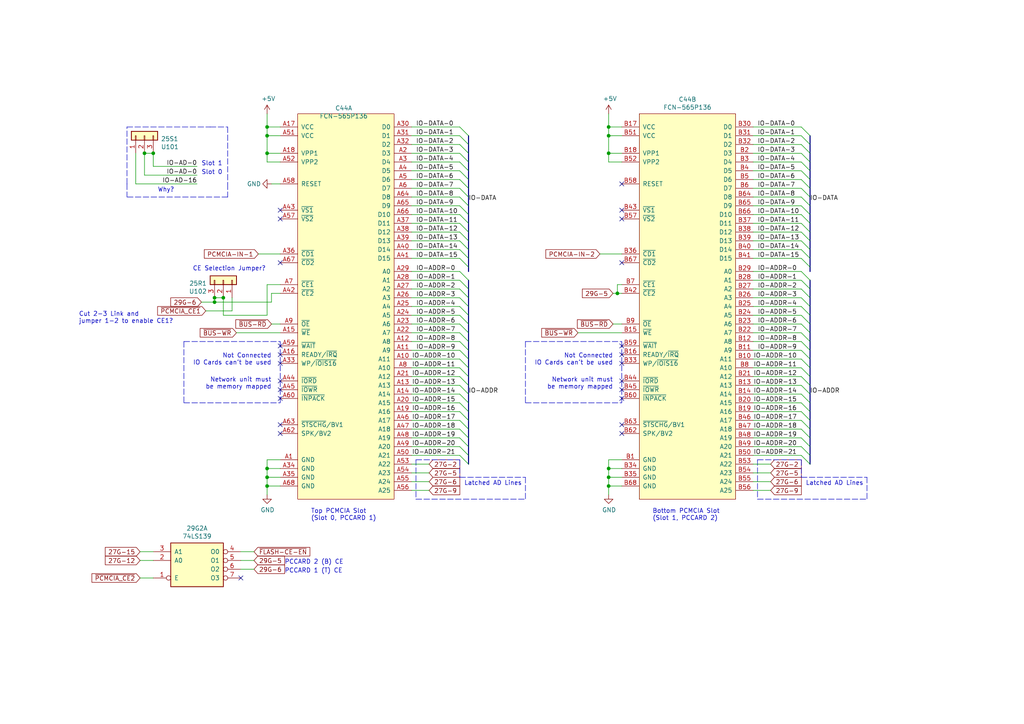
<source format=kicad_sch>
(kicad_sch (version 20211123) (generator eeschema)
  (paper "A4")
  (lib_symbols
    (symbol "74xx:74LS139" (pin_names (offset 1.016))
      (property "Reference" "U" (at -7.62 8.89 0))
      (property "Value" "74LS139" (at -7.62 -8.89 0))
      (symbol "74LS139_1_0"
        (pin input inverted (at -12.7 -5.08 0) (length 5.08) (name "E") (number "1"))
        (pin input line (at -12.7 0 0) (length 5.08) (name "A0") (number "2"))
        (pin input line (at -12.7 2.54 0) (length 5.08) (name "A1") (number "3"))
        (pin output inverted (at 12.7 2.54 180) (length 5.08) (name "O0") (number "4"))
        (pin output inverted (at 12.7 0 180) (length 5.08) (name "O1") (number "5"))
        (pin output inverted (at 12.7 -2.54 180) (length 5.08) (name "O2") (number "6"))
        (pin output inverted (at 12.7 -5.08 180) (length 5.08) (name "O3") (number "7"))
      )
      (symbol "74LS139_1_1"
        (rectangle (start -7.62 5.08) (end 7.62 -7.62) (stroke (width 0.254)) (fill (type background)))
      )
      (symbol "74LS139_2_0"
        (pin output inverted (at 12.7 -2.54 180) (length 5.08) (name "O2") (number "10"))
        (pin output inverted (at 12.7 0 180) (length 5.08) (name "O1") (number "11"))
        (pin output inverted (at 12.7 2.54 180) (length 5.08) (name "O0") (number "12"))
        (pin input line (at -12.7 2.54 0) (length 5.08) (name "A1") (number "13"))
        (pin input line (at -12.7 0 0) (length 5.08) (name "A0") (number "14"))
        (pin input inverted (at -12.7 -5.08 0) (length 5.08) (name "E") (number "15"))
        (pin output inverted (at 12.7 -5.08 180) (length 5.08) (name "O3") (number "9"))
      )
      (symbol "74LS139_2_1"
        (rectangle (start -7.62 5.08) (end 7.62 -7.62) (stroke (width 0.254)) (fill (type background)))
      )
      (symbol "74LS139_3_0"
        (pin power_in line (at 0 12.7 270) (length 5.08) (name "VCC") (number "16"))
        (pin power_in line (at 0 -12.7 90) (length 5.08) (name "GND") (number "8"))
      )
      (symbol "74LS139_3_1"
        (rectangle (start -5.08 7.62) (end 5.08 -7.62) (stroke (width 0.254)) (fill (type background)))
      )
    )
    (symbol "Connector_Generic:Conn_01x03" (pin_names (offset 1.016) hide)
      (property "Reference" "J" (at 0 5.08 0))
      (property "Value" "Conn_01x03" (at 0 -5.08 0))
      (symbol "Conn_01x03_1_1"
        (rectangle (start -1.27 -2.413) (end 0 -2.667) (stroke (width 0.1524)))
        (rectangle (start -1.27 0.127) (end 0 -0.127) (stroke (width 0.1524)))
        (rectangle (start -1.27 2.667) (end 0 2.413) (stroke (width 0.1524)))
        (rectangle (start -1.27 3.81) (end 1.27 -3.81) (stroke (width 0.254)) (fill (type background)))
        (pin passive line (at -5.08 2.54 0) (length 3.81) (name "Pin_1") (number "1"))
        (pin passive line (at -5.08 0 0) (length 3.81) (name "Pin_2") (number "2"))
        (pin passive line (at -5.08 -2.54 0) (length 3.81) (name "Pin_3") (number "3"))
      )
    )
    (symbol "Connectors_PC:FCN-565P136" (pin_names (offset 1.016))
      (property "Reference" "C" (at -11.43 60.96 0))
      (property "Value" "FCN-565P136" (at 0 -53.34 0))
      (symbol "FCN-565P136_0_1"
        (rectangle (start -13.97 59.69) (end 13.97 -52.07) (fill (type background)))
      )
      (symbol "FCN-565P136_1_1"
        (pin power_in line (at -19.05 -40.64 0) (length 5.0038) (name "GND") (number "A1"))
        (pin input line (at 19.05 -11.43 180) (length 5.0038) (name "A11") (number "A10"))
        (pin input line (at 19.05 -8.89 180) (length 5.0038) (name "A9") (number "A11"))
        (pin input line (at 19.05 -6.35 180) (length 5.0038) (name "A8") (number "A12"))
        (pin input line (at 19.05 -19.05 180) (length 5.0038) (name "A13") (number "A13"))
        (pin input line (at 19.05 -21.59 180) (length 5.0038) (name "A14") (number "A14"))
        (pin input line (at -19.05 -3.81 0) (length 5.0038) (name "~{WE}") (number "A15"))
        (pin output line (at -19.05 -10.16 0) (length 5.0038) (name "READY/~{IRQ}") (number "A16"))
        (pin power_in line (at -19.05 55.88 0) (length 5.0038) (name "VCC") (number "A17"))
        (pin power_in line (at -19.05 48.26 0) (length 5.0038) (name "VPP1") (number "A18"))
        (pin input line (at 19.05 -26.67 180) (length 5.0038) (name "A16") (number "A19"))
        (pin bidirectional line (at 19.05 48.26 180) (length 5.0038) (name "D3") (number "A2"))
        (pin input line (at 19.05 -24.13 180) (length 5.0038) (name "A15") (number "A20"))
        (pin input line (at 19.05 -16.51 180) (length 5.0038) (name "A12") (number "A21"))
        (pin input line (at 19.05 -3.81 180) (length 5.0038) (name "A7") (number "A22"))
        (pin input line (at 19.05 -1.27 180) (length 5.0038) (name "A6") (number "A23"))
        (pin input line (at 19.05 1.27 180) (length 5.0038) (name "A5") (number "A24"))
        (pin input line (at 19.05 3.81 180) (length 5.0038) (name "A4") (number "A25"))
        (pin input line (at 19.05 6.35 180) (length 5.0038) (name "A3") (number "A26"))
        (pin input line (at 19.05 8.89 180) (length 5.0038) (name "A2") (number "A27"))
        (pin input line (at 19.05 11.43 180) (length 5.0038) (name "A1") (number "A28"))
        (pin input line (at 19.05 13.97 180) (length 5.0038) (name "A0") (number "A29"))
        (pin bidirectional line (at 19.05 45.72 180) (length 5.0038) (name "D4") (number "A3"))
        (pin bidirectional line (at 19.05 55.88 180) (length 5.0038) (name "D0") (number "A30"))
        (pin bidirectional line (at 19.05 53.34 180) (length 5.0038) (name "D1") (number "A31"))
        (pin bidirectional line (at 19.05 50.8 180) (length 5.0038) (name "D2") (number "A32"))
        (pin output line (at -19.05 -12.7 0) (length 5.0038) (name "WP/~{IOIS16}") (number "A33"))
        (pin power_in line (at -19.05 -43.18 0) (length 5.0038) (name "GND") (number "A34"))
        (pin power_in line (at -19.05 -45.72 0) (length 5.0038) (name "GND") (number "A35"))
        (pin output line (at -19.05 19.05 0) (length 5.0038) (name "~{CD1}") (number "A36"))
        (pin bidirectional line (at 19.05 27.94 180) (length 5.0038) (name "D11") (number "A37"))
        (pin bidirectional line (at 19.05 25.4 180) (length 5.0038) (name "D12") (number "A38"))
        (pin bidirectional line (at 19.05 22.86 180) (length 5.0038) (name "D13") (number "A39"))
        (pin bidirectional line (at 19.05 43.18 180) (length 5.0038) (name "D5") (number "A4"))
        (pin bidirectional line (at 19.05 20.32 180) (length 5.0038) (name "D14") (number "A40"))
        (pin bidirectional line (at 19.05 17.78 180) (length 5.0038) (name "D15") (number "A41"))
        (pin input line (at -19.05 7.62 0) (length 5.0038) (name "~{CE2}") (number "A42"))
        (pin input line (at -19.05 31.75 0) (length 5.0038) (name "~{VS1}") (number "A43"))
        (pin input line (at -19.05 -17.78 0) (length 5.0038) (name "~{IORD}") (number "A44"))
        (pin input line (at -19.05 -20.32 0) (length 5.0038) (name "~{IOWR}") (number "A45"))
        (pin input line (at 19.05 -29.21 180) (length 5.0038) (name "A17") (number "A46"))
        (pin input line (at 19.05 -31.75 180) (length 5.0038) (name "A18") (number "A47"))
        (pin input line (at 19.05 -34.29 180) (length 5.0038) (name "A19") (number "A48"))
        (pin input line (at 19.05 -36.83 180) (length 5.0038) (name "A20") (number "A49"))
        (pin bidirectional line (at 19.05 40.64 180) (length 5.0038) (name "D6") (number "A5"))
        (pin input line (at 19.05 -39.37 180) (length 5.0038) (name "A21") (number "A50"))
        (pin power_in line (at -19.05 53.34 0) (length 5.0038) (name "VCC") (number "A51"))
        (pin power_in line (at -19.05 45.72 0) (length 5.0038) (name "VPP2") (number "A52"))
        (pin input line (at 19.05 -41.91 180) (length 5.0038) (name "A22") (number "A53"))
        (pin input line (at 19.05 -44.45 180) (length 5.0038) (name "A23") (number "A54"))
        (pin input line (at 19.05 -46.99 180) (length 5.0038) (name "A24") (number "A55"))
        (pin input line (at 19.05 -49.53 180) (length 5.0038) (name "A25") (number "A56"))
        (pin output line (at -19.05 29.21 0) (length 5.0038) (name "~{VS2}") (number "A57"))
        (pin input line (at -19.05 39.37 0) (length 5.0038) (name "RESET") (number "A58"))
        (pin output line (at -19.05 -7.62 0) (length 5.0038) (name "~{WAIT}") (number "A59"))
        (pin bidirectional line (at 19.05 38.1 180) (length 5.0038) (name "D7") (number "A6"))
        (pin output line (at -19.05 -22.86 0) (length 5.0038) (name "~{INPACK}") (number "A60"))
        (pin output line (at -19.05 -33.02 0) (length 5.0038) (name "SPK/BV2") (number "A62"))
        (pin output line (at -19.05 -30.48 0) (length 5.0038) (name "~{STSCHG}/BV1") (number "A63"))
        (pin bidirectional line (at 19.05 35.56 180) (length 5.0038) (name "D8") (number "A64"))
        (pin bidirectional line (at 19.05 33.02 180) (length 5.0038) (name "D9") (number "A65"))
        (pin bidirectional line (at 19.05 30.48 180) (length 5.0038) (name "D10") (number "A66"))
        (pin output line (at -19.05 16.51 0) (length 5.0038) (name "~{CD2}") (number "A67"))
        (pin power_in line (at -19.05 -48.26 0) (length 5.0038) (name "GND") (number "A68"))
        (pin input line (at -19.05 10.16 0) (length 5.0038) (name "~{CE1}") (number "A7"))
        (pin input line (at 19.05 -13.97 180) (length 5.0038) (name "A10") (number "A8"))
        (pin input line (at -19.05 -1.27 0) (length 5.0038) (name "~{OE}") (number "A9"))
        (pin passive line (at -11.43 -55.88 0) (length 2.54) hide (name "MNT1") (number "MT1"))
        (pin passive line (at -11.43 -58.42 0) (length 2.54) hide (name "MNT2") (number "MT2"))
      )
      (symbol "FCN-565P136_2_1"
        (pin power_in line (at -19.05 -40.64 0) (length 5.0038) (name "GND") (number "B1"))
        (pin input line (at 19.05 -11.43 180) (length 5.0038) (name "A11") (number "B10"))
        (pin input line (at 19.05 -8.89 180) (length 5.0038) (name "A9") (number "B11"))
        (pin input line (at 19.05 -6.35 180) (length 5.0038) (name "A8") (number "B12"))
        (pin input line (at 19.05 -19.05 180) (length 5.0038) (name "A13") (number "B13"))
        (pin input line (at 19.05 -21.59 180) (length 5.0038) (name "A14") (number "B14"))
        (pin input line (at -19.05 -3.81 0) (length 5.0038) (name "~{WE}") (number "B15"))
        (pin output line (at -19.05 -10.16 0) (length 5.0038) (name "READY/~{IRQ}") (number "B16"))
        (pin power_in line (at -19.05 55.88 0) (length 5.0038) (name "VCC") (number "B17"))
        (pin power_in line (at -19.05 48.26 0) (length 5.0038) (name "VPP1") (number "B18"))
        (pin input line (at 19.05 -26.67 180) (length 5.0038) (name "A16") (number "B19"))
        (pin bidirectional line (at 19.05 48.26 180) (length 5.0038) (name "D3") (number "B2"))
        (pin input line (at 19.05 -24.13 180) (length 5.0038) (name "A15") (number "B20"))
        (pin input line (at 19.05 -16.51 180) (length 5.0038) (name "A12") (number "B21"))
        (pin input line (at 19.05 -3.81 180) (length 5.0038) (name "A7") (number "B22"))
        (pin input line (at 19.05 -1.27 180) (length 5.0038) (name "A6") (number "B23"))
        (pin input line (at 19.05 1.27 180) (length 5.0038) (name "A5") (number "B24"))
        (pin input line (at 19.05 3.81 180) (length 5.0038) (name "A4") (number "B25"))
        (pin input line (at 19.05 6.35 180) (length 5.0038) (name "A3") (number "B26"))
        (pin input line (at 19.05 8.89 180) (length 5.0038) (name "A2") (number "B27"))
        (pin input line (at 19.05 11.43 180) (length 5.0038) (name "A1") (number "B28"))
        (pin input line (at 19.05 13.97 180) (length 5.0038) (name "A0") (number "B29"))
        (pin bidirectional line (at 19.05 45.72 180) (length 5.0038) (name "D4") (number "B3"))
        (pin bidirectional line (at 19.05 55.88 180) (length 5.0038) (name "D0") (number "B30"))
        (pin bidirectional line (at 19.05 53.34 180) (length 5.0038) (name "D1") (number "B31"))
        (pin bidirectional line (at 19.05 50.8 180) (length 5.0038) (name "D2") (number "B32"))
        (pin output line (at -19.05 -12.7 0) (length 5.0038) (name "WP/~{IOIS16}") (number "B33"))
        (pin power_in line (at -19.05 -43.18 0) (length 5.0038) (name "GND") (number "B34"))
        (pin power_in line (at -19.05 -45.72 0) (length 5.0038) (name "GND") (number "B35"))
        (pin output line (at -19.05 19.05 0) (length 5.0038) (name "~{CD1}") (number "B36"))
        (pin bidirectional line (at 19.05 27.94 180) (length 5.0038) (name "D11") (number "B37"))
        (pin bidirectional line (at 19.05 25.4 180) (length 5.0038) (name "D12") (number "B38"))
        (pin bidirectional line (at 19.05 22.86 180) (length 5.0038) (name "D13") (number "B39"))
        (pin bidirectional line (at 19.05 43.18 180) (length 5.0038) (name "D5") (number "B4"))
        (pin bidirectional line (at 19.05 20.32 180) (length 5.0038) (name "D14") (number "B40"))
        (pin bidirectional line (at 19.05 17.78 180) (length 5.0038) (name "D15") (number "B41"))
        (pin input line (at -19.05 7.62 0) (length 5.0038) (name "~{CE2}") (number "B42"))
        (pin input line (at -19.05 31.75 0) (length 5.0038) (name "~{VS1}") (number "B43"))
        (pin input line (at -19.05 -17.78 0) (length 5.0038) (name "~{IORD}") (number "B44"))
        (pin input line (at -19.05 -20.32 0) (length 5.0038) (name "~{IOWR}") (number "B45"))
        (pin input line (at 19.05 -29.21 180) (length 5.0038) (name "A17") (number "B46"))
        (pin input line (at 19.05 -31.75 180) (length 5.0038) (name "A18") (number "B47"))
        (pin input line (at 19.05 -34.29 180) (length 5.0038) (name "A19") (number "B48"))
        (pin input line (at 19.05 -36.83 180) (length 5.0038) (name "A20") (number "B49"))
        (pin bidirectional line (at 19.05 40.64 180) (length 5.0038) (name "D6") (number "B5"))
        (pin input line (at 19.05 -39.37 180) (length 5.0038) (name "A21") (number "B50"))
        (pin power_in line (at -19.05 53.34 0) (length 5.0038) (name "VCC") (number "B51"))
        (pin power_in line (at -19.05 45.72 0) (length 5.0038) (name "VPP2") (number "B52"))
        (pin input line (at 19.05 -41.91 180) (length 5.0038) (name "A22") (number "B53"))
        (pin input line (at 19.05 -44.45 180) (length 5.0038) (name "A23") (number "B54"))
        (pin input line (at 19.05 -46.99 180) (length 5.0038) (name "A24") (number "B55"))
        (pin input line (at 19.05 -49.53 180) (length 5.0038) (name "A25") (number "B56"))
        (pin output line (at -19.05 29.21 0) (length 5.0038) (name "~{VS2}") (number "B57"))
        (pin input line (at -19.05 39.37 0) (length 5.0038) (name "RESET") (number "B58"))
        (pin output line (at -19.05 -7.62 0) (length 5.0038) (name "~{WAIT}") (number "B59"))
        (pin bidirectional line (at 19.05 38.1 180) (length 5.0038) (name "D7") (number "B6"))
        (pin output line (at -19.05 -22.86 0) (length 5.0038) (name "~{INPACK}") (number "B60"))
        (pin output line (at -19.05 -33.02 0) (length 5.0038) (name "SPK/BV2") (number "B62"))
        (pin output line (at -19.05 -30.48 0) (length 5.0038) (name "~{STSCHG}/BV1") (number "B63"))
        (pin bidirectional line (at 19.05 35.56 180) (length 5.0038) (name "D8") (number "B64"))
        (pin bidirectional line (at 19.05 33.02 180) (length 5.0038) (name "D9") (number "B65"))
        (pin bidirectional line (at 19.05 30.48 180) (length 5.0038) (name "D10") (number "B66"))
        (pin output line (at -19.05 16.51 0) (length 5.0038) (name "~{CD2}") (number "B67"))
        (pin power_in line (at -19.05 -48.26 0) (length 5.0038) (name "GND") (number "B68"))
        (pin input line (at -19.05 10.16 0) (length 5.0038) (name "~{CE1}") (number "B7"))
        (pin input line (at 19.05 -13.97 180) (length 5.0038) (name "A10") (number "B8"))
        (pin input line (at -19.05 -1.27 0) (length 5.0038) (name "~{OE}") (number "B9"))
        (pin passive line (at -11.43 -55.88 0) (length 2.54) hide (name "MNT1") (number "MT1"))
        (pin passive line (at -11.43 -58.42 0) (length 2.54) hide (name "MNT2") (number "MT2"))
      )
    )
    (symbol "power:+5V" (power) (pin_names (offset 0))
      (property "Value" "+5V" (at 0 3.556 0))
      (symbol "+5V_0_1"
        (polyline (pts (xy -0.762 1.27) (xy 0 2.54)))
        (polyline (pts (xy 0 0) (xy 0 2.54)))
        (polyline (pts (xy 0 2.54) (xy 0.762 1.27)))
      )
      (symbol "+5V_1_1"
        (pin power_in line (at 0 0 90) (length 0) hide (name "+5V") (number "1"))
      )
    )
    (symbol "power:GND" (power) (pin_names (offset 0))
      (property "Value" "GND" (at 0 -3.81 0))
      (symbol "GND_0_1"
        (polyline (pts (xy 0 0) (xy 0 -1.27) (xy 1.27 -1.27) (xy 0 -2.54) (xy -1.27 -1.27) (xy 0 -1.27)))
      )
      (symbol "GND_1_1"
        (pin power_in line (at 0 0 270) (length 0) hide (name "GND") (number "1"))
      )
    )
  )
  (junction (at 176.53 39.37))
  (junction (at 62.23 86.36))
  (junction (at 62.23 87.63))
  (junction (at 64.77 86.36))
  (junction (at 41.91 44.45))
  (junction (at 77.47 44.45))
  (junction (at 176.53 135.89))
  (junction (at 77.47 138.43))
  (junction (at 77.47 135.89))
  (junction (at 176.53 138.43))
  (junction (at 77.47 140.97))
  (junction (at 44.45 44.45))
  (junction (at 176.53 44.45))
  (junction (at 176.53 140.97))
  (junction (at 77.47 39.37))
  (junction (at 77.47 36.83))
  (junction (at 179.07 85.09))
  (junction (at 176.53 36.83))
  (no_connect (at 180.34 123.19))
  (no_connect (at 81.28 100.33))
  (no_connect (at 81.28 113.03))
  (no_connect (at 180.34 76.2))
  (no_connect (at 180.34 60.96))
  (no_connect (at 81.28 76.2))
  (no_connect (at 81.28 102.87))
  (no_connect (at 180.34 113.03))
  (no_connect (at 180.34 102.87))
  (no_connect (at 81.28 63.5))
  (no_connect (at 81.28 105.41))
  (no_connect (at 180.34 53.34))
  (no_connect (at 180.34 110.49))
  (no_connect (at 180.34 105.41))
  (no_connect (at 81.28 125.73))
  (no_connect (at 180.34 100.33))
  (no_connect (at 69.85 167.64))
  (no_connect (at 180.34 115.57))
  (no_connect (at 81.28 110.49))
  (no_connect (at 180.34 63.5))
  (no_connect (at 81.28 115.57))
  (no_connect (at 180.34 125.73))
  (no_connect (at 81.28 123.19))
  (no_connect (at 81.28 60.96))
  (bus_entry (at 234.95 93.98) (size -2.54 -2.54))
  (bus_entry (at 234.95 104.14) (size -2.54 -2.54))
  (bus_entry (at 234.95 91.44) (size -2.54 -2.54))
  (bus_entry (at 133.35 39.37) (size 2.54 2.54))
  (bus_entry (at 232.41 49.53) (size 2.54 2.54))
  (bus_entry (at 234.95 129.54) (size -2.54 -2.54))
  (bus_entry (at 135.89 134.62) (size -2.54 -2.54))
  (bus_entry (at 135.89 93.98) (size -2.54 -2.54))
  (bus_entry (at 232.41 69.85) (size 2.54 2.54))
  (bus_entry (at 232.41 52.07) (size 2.54 2.54))
  (bus_entry (at 232.41 59.69) (size 2.54 2.54))
  (bus_entry (at 234.95 99.06) (size -2.54 -2.54))
  (bus_entry (at 234.95 109.22) (size -2.54 -2.54))
  (bus_entry (at 234.95 101.6) (size -2.54 -2.54))
  (bus_entry (at 232.41 54.61) (size 2.54 2.54))
  (bus_entry (at 135.89 83.82) (size -2.54 -2.54))
  (bus_entry (at 135.89 109.22) (size -2.54 -2.54))
  (bus_entry (at 232.41 57.15) (size 2.54 2.54))
  (bus_entry (at 234.95 111.76) (size -2.54 -2.54))
  (bus_entry (at 135.89 124.46) (size -2.54 -2.54))
  (bus_entry (at 135.89 132.08) (size -2.54 -2.54))
  (bus_entry (at 135.89 88.9) (size -2.54 -2.54))
  (bus_entry (at 232.41 67.31) (size 2.54 2.54))
  (bus_entry (at 234.95 81.28) (size -2.54 -2.54))
  (bus_entry (at 133.35 54.61) (size 2.54 2.54))
  (bus_entry (at 133.35 52.07) (size 2.54 2.54))
  (bus_entry (at 135.89 114.3) (size -2.54 -2.54))
  (bus_entry (at 133.35 67.31) (size 2.54 2.54))
  (bus_entry (at 133.35 49.53) (size 2.54 2.54))
  (bus_entry (at 234.95 124.46) (size -2.54 -2.54))
  (bus_entry (at 135.89 86.36) (size -2.54 -2.54))
  (bus_entry (at 232.41 62.23) (size 2.54 2.54))
  (bus_entry (at 133.35 44.45) (size 2.54 2.54))
  (bus_entry (at 234.95 88.9) (size -2.54 -2.54))
  (bus_entry (at 133.35 36.83) (size 2.54 2.54))
  (bus_entry (at 135.89 129.54) (size -2.54 -2.54))
  (bus_entry (at 135.89 96.52) (size -2.54 -2.54))
  (bus_entry (at 135.89 101.6) (size -2.54 -2.54))
  (bus_entry (at 135.89 99.06) (size -2.54 -2.54))
  (bus_entry (at 234.95 86.36) (size -2.54 -2.54))
  (bus_entry (at 135.89 91.44) (size -2.54 -2.54))
  (bus_entry (at 234.95 106.68) (size -2.54 -2.54))
  (bus_entry (at 133.35 62.23) (size 2.54 2.54))
  (bus_entry (at 135.89 104.14) (size -2.54 -2.54))
  (bus_entry (at 133.35 72.39) (size 2.54 2.54))
  (bus_entry (at 234.95 127) (size -2.54 -2.54))
  (bus_entry (at 135.89 81.28) (size -2.54 -2.54))
  (bus_entry (at 135.89 106.68) (size -2.54 -2.54))
  (bus_entry (at 133.35 41.91) (size 2.54 2.54))
  (bus_entry (at 234.95 114.3) (size -2.54 -2.54))
  (bus_entry (at 234.95 116.84) (size -2.54 -2.54))
  (bus_entry (at 133.35 59.69) (size 2.54 2.54))
  (bus_entry (at 232.41 46.99) (size 2.54 2.54))
  (bus_entry (at 234.95 83.82) (size -2.54 -2.54))
  (bus_entry (at 135.89 116.84) (size -2.54 -2.54))
  (bus_entry (at 135.89 111.76) (size -2.54 -2.54))
  (bus_entry (at 133.35 69.85) (size 2.54 2.54))
  (bus_entry (at 232.41 39.37) (size 2.54 2.54))
  (bus_entry (at 234.95 134.62) (size -2.54 -2.54))
  (bus_entry (at 232.41 36.83) (size 2.54 2.54))
  (bus_entry (at 135.89 119.38) (size -2.54 -2.54))
  (bus_entry (at 232.41 64.77) (size 2.54 2.54))
  (bus_entry (at 133.35 57.15) (size 2.54 2.54))
  (bus_entry (at 133.35 64.77) (size 2.54 2.54))
  (bus_entry (at 135.89 121.92) (size -2.54 -2.54))
  (bus_entry (at 234.95 96.52) (size -2.54 -2.54))
  (bus_entry (at 234.95 121.92) (size -2.54 -2.54))
  (bus_entry (at 133.35 46.99) (size 2.54 2.54))
  (bus_entry (at 234.95 132.08) (size -2.54 -2.54))
  (bus_entry (at 232.41 74.93) (size 2.54 2.54))
  (bus_entry (at 133.35 74.93) (size 2.54 2.54))
  (bus_entry (at 234.95 119.38) (size -2.54 -2.54))
  (bus_entry (at 232.41 72.39) (size 2.54 2.54))
  (bus_entry (at 135.89 127) (size -2.54 -2.54))
  (bus_entry (at 232.41 41.91) (size 2.54 2.54))
  (bus_entry (at 232.41 44.45) (size 2.54 2.54))
  (polyline (pts (xy 219.71 144.78) (xy 251.46 144.78)))
  (bus (pts (xy 234.95 54.61) (xy 234.95 57.15)))
  (wire (pts (xy 40.64 160.02) (xy 44.45 160.02)))
  (wire (pts (xy 180.34 93.98) (xy 177.8 93.98)))
  (bus (pts (xy 135.89 116.84) (xy 135.89 119.38)))
  (polyline (pts (xy 53.34 99.06) (xy 53.34 116.84)))
  (bus (pts (xy 135.89 132.08) (xy 135.89 134.62)))
  (polyline (pts (xy 120.65 133.35) (xy 133.35 133.35)))
  (polyline (pts (xy 133.35 133.35) (xy 133.35 138.43)))
  (bus (pts (xy 234.95 114.3) (xy 234.95 116.84)))
  (wire (pts (xy 133.35 99.06) (xy 119.38 99.06)))
  (bus (pts (xy 234.95 109.22) (xy 234.95 111.76)))
  (wire (pts (xy 167.64 96.52) (xy 180.34 96.52)))
  (wire (pts (xy 77.47 36.83) (xy 77.47 33.02)))
  (wire (pts (xy 176.53 39.37) (xy 176.53 36.83)))
  (wire (pts (xy 218.44 36.83) (xy 232.41 36.83)))
  (wire (pts (xy 44.45 48.26) (xy 57.15 48.26)))
  (polyline (pts (xy 152.4 138.43) (xy 152.4 144.78)))
  (polyline (pts (xy 251.46 138.43) (xy 251.46 144.78)))
  (wire (pts (xy 218.44 39.37) (xy 232.41 39.37)))
  (wire (pts (xy 133.35 111.76) (xy 119.38 111.76)))
  (wire (pts (xy 232.41 91.44) (xy 218.44 91.44)))
  (polyline (pts (xy 81.28 99.06) (xy 81.28 116.84)))
  (wire (pts (xy 124.46 134.62) (xy 119.38 134.62)))
  (wire (pts (xy 77.47 82.55) (xy 77.47 91.44)))
  (wire (pts (xy 119.38 54.61) (xy 133.35 54.61)))
  (polyline (pts (xy -5.08 -224.79) (xy -5.08 -220.98)))
  (bus (pts (xy 135.89 39.37) (xy 135.89 41.91)))
  (wire (pts (xy 124.46 139.7) (xy 119.38 139.7)))
  (wire (pts (xy 81.28 44.45) (xy 77.47 44.45)))
  (wire (pts (xy 177.8 85.09) (xy 179.07 85.09)))
  (wire (pts (xy 179.07 82.55) (xy 180.34 82.55)))
  (bus (pts (xy 234.95 41.91) (xy 234.95 44.45)))
  (bus (pts (xy 135.89 114.3) (xy 135.89 116.84)))
  (wire (pts (xy 81.28 36.83) (xy 77.47 36.83)))
  (wire (pts (xy 223.52 139.7) (xy 218.44 139.7)))
  (bus (pts (xy 234.95 67.31) (xy 234.95 69.85)))
  (wire (pts (xy 232.41 93.98) (xy 218.44 93.98)))
  (polyline (pts (xy 120.65 133.35) (xy 120.65 144.78)))
  (wire (pts (xy 232.41 116.84) (xy 218.44 116.84)))
  (wire (pts (xy 39.37 44.45) (xy 39.37 53.34)))
  (wire (pts (xy 133.35 114.3) (xy 119.38 114.3)))
  (bus (pts (xy 234.95 39.37) (xy 234.95 41.91)))
  (wire (pts (xy 77.47 138.43) (xy 77.47 140.97)))
  (polyline (pts (xy 53.34 116.84) (xy 81.28 116.84)))
  (wire (pts (xy 40.64 167.64) (xy 44.45 167.64)))
  (wire (pts (xy 77.47 82.55) (xy 81.28 82.55)))
  (bus (pts (xy 234.95 44.45) (xy 234.95 46.99)))
  (wire (pts (xy 232.41 124.46) (xy 218.44 124.46)))
  (bus (pts (xy 135.89 64.77) (xy 135.89 67.31)))
  (wire (pts (xy 119.38 67.31) (xy 133.35 67.31)))
  (bus (pts (xy 234.95 69.85) (xy 234.95 72.39)))
  (wire (pts (xy 119.38 137.16) (xy 124.46 137.16)))
  (wire (pts (xy 78.74 85.09) (xy 81.28 85.09)))
  (wire (pts (xy 218.44 137.16) (xy 223.52 137.16)))
  (wire (pts (xy 119.38 64.77) (xy 133.35 64.77)))
  (wire (pts (xy 81.28 140.97) (xy 77.47 140.97)))
  (wire (pts (xy 74.93 73.66) (xy 81.28 73.66)))
  (bus (pts (xy 234.95 111.76) (xy 234.95 114.3)))
  (wire (pts (xy 119.38 74.93) (xy 133.35 74.93)))
  (wire (pts (xy 176.53 36.83) (xy 176.53 33.02)))
  (polyline (pts (xy 232.41 133.35) (xy 232.41 138.43)))
  (wire (pts (xy 81.28 133.35) (xy 77.47 133.35)))
  (wire (pts (xy 77.47 133.35) (xy 77.47 135.89)))
  (bus (pts (xy 135.89 109.22) (xy 135.89 111.76)))
  (wire (pts (xy 232.41 81.28) (xy 218.44 81.28)))
  (wire (pts (xy 180.34 39.37) (xy 176.53 39.37)))
  (wire (pts (xy 62.23 87.63) (xy 62.23 86.36)))
  (wire (pts (xy 176.53 138.43) (xy 176.53 140.97)))
  (wire (pts (xy 176.53 140.97) (xy 176.53 143.51)))
  (wire (pts (xy 40.64 162.56) (xy 44.45 162.56)))
  (bus (pts (xy 234.95 62.23) (xy 234.95 64.77)))
  (polyline (pts (xy 53.34 99.06) (xy 81.28 99.06)))
  (bus (pts (xy 234.95 49.53) (xy 234.95 52.07)))
  (wire (pts (xy 176.53 46.99) (xy 176.53 44.45)))
  (wire (pts (xy 133.35 119.38) (xy 119.38 119.38)))
  (wire (pts (xy 62.23 86.36) (xy 64.77 86.36)))
  (bus (pts (xy 234.95 81.28) (xy 234.95 83.82)))
  (polyline (pts (xy 232.41 138.43) (xy 251.46 138.43)))
  (bus (pts (xy 135.89 52.07) (xy 135.89 54.61)))
  (wire (pts (xy 176.53 133.35) (xy 176.53 135.89)))
  (bus (pts (xy 135.89 88.9) (xy 135.89 91.44)))
  (wire (pts (xy 119.38 44.45) (xy 133.35 44.45)))
  (wire (pts (xy 180.34 140.97) (xy 176.53 140.97)))
  (wire (pts (xy 180.34 135.89) (xy 176.53 135.89)))
  (bus (pts (xy 234.95 106.68) (xy 234.95 109.22)))
  (wire (pts (xy 133.35 101.6) (xy 119.38 101.6)))
  (wire (pts (xy 232.41 127) (xy 218.44 127)))
  (wire (pts (xy 62.23 87.63) (xy 78.74 87.63)))
  (bus (pts (xy 135.89 124.46) (xy 135.89 127)))
  (wire (pts (xy 119.38 62.23) (xy 133.35 62.23)))
  (bus (pts (xy 135.89 62.23) (xy 135.89 64.77)))
  (bus (pts (xy 135.89 44.45) (xy 135.89 46.99)))
  (wire (pts (xy 81.28 39.37) (xy 77.47 39.37)))
  (wire (pts (xy 133.35 93.98) (xy 119.38 93.98)))
  (wire (pts (xy 218.44 62.23) (xy 232.41 62.23)))
  (wire (pts (xy 180.34 44.45) (xy 176.53 44.45)))
  (wire (pts (xy 232.41 83.82) (xy 218.44 83.82)))
  (polyline (pts (xy 36.83 53.34) (xy 36.83 57.15)))
  (wire (pts (xy 78.74 53.34) (xy 81.28 53.34)))
  (bus (pts (xy 234.95 72.39) (xy 234.95 74.93)))
  (wire (pts (xy 232.41 101.6) (xy 218.44 101.6)))
  (wire (pts (xy 64.77 91.44) (xy 77.47 91.44)))
  (bus (pts (xy 135.89 49.53) (xy 135.89 52.07)))
  (bus (pts (xy 135.89 72.39) (xy 135.89 74.93)))
  (bus (pts (xy 135.89 46.99) (xy 135.89 49.53)))
  (wire (pts (xy 73.66 162.56) (xy 69.85 162.56)))
  (bus (pts (xy 135.89 99.06) (xy 135.89 101.6)))
  (wire (pts (xy 64.77 86.36) (xy 64.77 91.44)))
  (wire (pts (xy 133.35 104.14) (xy 119.38 104.14)))
  (wire (pts (xy 119.38 57.15) (xy 133.35 57.15)))
  (bus (pts (xy 234.95 101.6) (xy 234.95 104.14)))
  (wire (pts (xy 133.35 124.46) (xy 119.38 124.46)))
  (wire (pts (xy 119.38 36.83) (xy 133.35 36.83)))
  (wire (pts (xy 218.44 52.07) (xy 232.41 52.07)))
  (bus (pts (xy 234.95 64.77) (xy 234.95 67.31)))
  (bus (pts (xy 135.89 93.98) (xy 135.89 96.52)))
  (wire (pts (xy 77.47 140.97) (xy 77.47 143.51)))
  (polyline (pts (xy 219.71 133.35) (xy 232.41 133.35)))
  (bus (pts (xy 234.95 59.69) (xy 234.95 62.23)))
  (bus (pts (xy 135.89 121.92) (xy 135.89 124.46)))
  (wire (pts (xy 176.53 44.45) (xy 176.53 39.37)))
  (bus (pts (xy 135.89 57.15) (xy 135.89 59.69)))
  (wire (pts (xy 133.35 88.9) (xy 119.38 88.9)))
  (polyline (pts (xy 66.04 53.34) (xy 66.04 57.15)))
  (bus (pts (xy 234.95 121.92) (xy 234.95 124.46)))
  (bus (pts (xy 234.95 104.14) (xy 234.95 106.68)))
  (wire (pts (xy 218.44 67.31) (xy 232.41 67.31)))
  (wire (pts (xy 133.35 91.44) (xy 119.38 91.44)))
  (wire (pts (xy 119.38 46.99) (xy 133.35 46.99)))
  (polyline (pts (xy 66.04 57.15) (xy 36.83 57.15)))
  (wire (pts (xy 176.53 138.43) (xy 180.34 138.43)))
  (wire (pts (xy 133.35 83.82) (xy 119.38 83.82)))
  (wire (pts (xy 77.47 135.89) (xy 77.47 138.43)))
  (wire (pts (xy 77.47 44.45) (xy 77.47 39.37)))
  (wire (pts (xy 232.41 86.36) (xy 218.44 86.36)))
  (bus (pts (xy 135.89 67.31) (xy 135.89 69.85)))
  (bus (pts (xy 135.89 74.93) (xy 135.89 77.47)))
  (bus (pts (xy 135.89 81.28) (xy 135.89 83.82)))
  (wire (pts (xy 119.38 52.07) (xy 133.35 52.07)))
  (bus (pts (xy 135.89 54.61) (xy 135.89 57.15)))
  (wire (pts (xy 232.41 119.38) (xy 218.44 119.38)))
  (wire (pts (xy 73.66 165.1) (xy 69.85 165.1)))
  (wire (pts (xy 133.35 129.54) (xy 119.38 129.54)))
  (wire (pts (xy 133.35 96.52) (xy 119.38 96.52)))
  (bus (pts (xy 135.89 104.14) (xy 135.89 106.68)))
  (wire (pts (xy 232.41 111.76) (xy 218.44 111.76)))
  (bus (pts (xy 234.95 52.07) (xy 234.95 54.61)))
  (polyline (pts (xy 180.34 99.06) (xy 180.34 116.84)))
  (wire (pts (xy 133.35 106.68) (xy 119.38 106.68)))
  (wire (pts (xy 218.44 54.61) (xy 232.41 54.61)))
  (wire (pts (xy 119.38 49.53) (xy 133.35 49.53)))
  (polyline (pts (xy -5.08 -220.98) (xy -36.83 -220.98)))
  (wire (pts (xy 218.44 49.53) (xy 232.41 49.53)))
  (wire (pts (xy 180.34 36.83) (xy 176.53 36.83)))
  (wire (pts (xy 232.41 78.74) (xy 218.44 78.74)))
  (polyline (pts (xy 36.83 53.34) (xy 36.83 36.83)))
  (wire (pts (xy 232.41 88.9) (xy 218.44 88.9)))
  (bus (pts (xy 234.95 74.93) (xy 234.95 77.47)))
  (bus (pts (xy 234.95 91.44) (xy 234.95 93.98)))
  (bus (pts (xy 135.89 59.69) (xy 135.89 62.23)))
  (wire (pts (xy 133.35 121.92) (xy 119.38 121.92)))
  (wire (pts (xy 176.53 135.89) (xy 176.53 138.43)))
  (wire (pts (xy 218.44 44.45) (xy 232.41 44.45)))
  (wire (pts (xy 81.28 135.89) (xy 77.47 135.89)))
  (wire (pts (xy 232.41 129.54) (xy 218.44 129.54)))
  (bus (pts (xy 234.95 86.36) (xy 234.95 88.9)))
  (wire (pts (xy 133.35 78.74) (xy 119.38 78.74)))
  (bus (pts (xy 135.89 83.82) (xy 135.89 86.36)))
  (wire (pts (xy 133.35 109.22) (xy 119.38 109.22)))
  (wire (pts (xy 180.34 46.99) (xy 176.53 46.99)))
  (wire (pts (xy 133.35 132.08) (xy 119.38 132.08)))
  (wire (pts (xy 232.41 96.52) (xy 218.44 96.52)))
  (bus (pts (xy 234.95 93.98) (xy 234.95 96.52)))
  (wire (pts (xy 59.69 90.17) (xy 67.31 90.17)))
  (wire (pts (xy 218.44 41.91) (xy 232.41 41.91)))
  (polyline (pts (xy 60.96 36.83) (xy 66.04 36.83)))
  (bus (pts (xy 135.89 41.91) (xy 135.89 44.45)))
  (wire (pts (xy 57.15 53.34) (xy 39.37 53.34)))
  (wire (pts (xy 67.31 90.17) (xy 67.31 86.36)))
  (wire (pts (xy 223.52 142.24) (xy 218.44 142.24)))
  (bus (pts (xy 234.95 116.84) (xy 234.95 119.38)))
  (wire (pts (xy 133.35 86.36) (xy 119.38 86.36)))
  (wire (pts (xy 232.41 109.22) (xy 218.44 109.22)))
  (bus (pts (xy 234.95 88.9) (xy 234.95 91.44)))
  (wire (pts (xy 218.44 69.85) (xy 232.41 69.85)))
  (wire (pts (xy 180.34 85.09) (xy 179.07 85.09)))
  (wire (pts (xy 81.28 93.98) (xy 78.74 93.98)))
  (wire (pts (xy 180.34 133.35) (xy 176.53 133.35)))
  (wire (pts (xy 81.28 46.99) (xy 77.47 46.99)))
  (wire (pts (xy 223.52 134.62) (xy 218.44 134.62)))
  (wire (pts (xy 119.38 59.69) (xy 133.35 59.69)))
  (polyline (pts (xy 120.65 144.78) (xy 152.4 144.78)))
  (bus (pts (xy 234.95 132.08) (xy 234.95 134.62)))
  (wire (pts (xy 218.44 46.99) (xy 232.41 46.99)))
  (polyline (pts (xy 133.35 138.43) (xy 152.4 138.43)))
  (wire (pts (xy 41.91 44.45) (xy 44.45 44.45)))
  (wire (pts (xy 218.44 64.77) (xy 232.41 64.77)))
  (wire (pts (xy 232.41 121.92) (xy 218.44 121.92)))
  (polyline (pts (xy 152.4 116.84) (xy 180.34 116.84)))
  (wire (pts (xy 68.58 96.52) (xy 81.28 96.52)))
  (bus (pts (xy 135.89 111.76) (xy 135.89 114.3)))
  (wire (pts (xy 124.46 142.24) (xy 119.38 142.24)))
  (wire (pts (xy 78.74 87.63) (xy 78.74 85.09)))
  (wire (pts (xy 232.41 114.3) (xy 218.44 114.3)))
  (polyline (pts (xy -24.13 -224.79) (xy -5.08 -224.79)))
  (polyline (pts (xy 152.4 99.06) (xy 180.34 99.06)))
  (wire (pts (xy 232.41 106.68) (xy 218.44 106.68)))
  (bus (pts (xy 234.95 129.54) (xy 234.95 132.08)))
  (wire (pts (xy 119.38 41.91) (xy 133.35 41.91)))
  (wire (pts (xy 218.44 59.69) (xy 232.41 59.69)))
  (wire (pts (xy 69.85 160.02) (xy 73.66 160.02)))
  (bus (pts (xy 135.89 77.47) (xy 135.89 78.74)))
  (wire (pts (xy 218.44 72.39) (xy 232.41 72.39)))
  (bus (pts (xy 234.95 57.15) (xy 234.95 59.69)))
  (bus (pts (xy 135.89 96.52) (xy 135.89 99.06)))
  (wire (pts (xy 41.91 50.8) (xy 57.15 50.8)))
  (wire (pts (xy 232.41 132.08) (xy 218.44 132.08)))
  (wire (pts (xy 179.07 85.09) (xy 179.07 82.55)))
  (bus (pts (xy 135.89 101.6) (xy 135.89 104.14)))
  (wire (pts (xy 119.38 39.37) (xy 133.35 39.37)))
  (bus (pts (xy 234.95 124.46) (xy 234.95 127)))
  (bus (pts (xy 135.89 86.36) (xy 135.89 88.9)))
  (bus (pts (xy 135.89 69.85) (xy 135.89 72.39)))
  (bus (pts (xy 234.95 127) (xy 234.95 129.54)))
  (wire (pts (xy 77.47 46.99) (xy 77.47 44.45)))
  (polyline (pts (xy 152.4 99.06) (xy 152.4 116.84)))
  (wire (pts (xy 133.35 127) (xy 119.38 127)))
  (wire (pts (xy 119.38 69.85) (xy 133.35 69.85)))
  (wire (pts (xy 58.42 87.63) (xy 62.23 87.63)))
  (bus (pts (xy 234.95 77.47) (xy 234.95 78.74)))
  (bus (pts (xy 135.89 91.44) (xy 135.89 93.98)))
  (wire (pts (xy 41.91 44.45) (xy 41.91 50.8)))
  (wire (pts (xy 119.38 72.39) (xy 133.35 72.39)))
  (wire (pts (xy 218.44 57.15) (xy 232.41 57.15)))
  (wire (pts (xy 232.41 104.14) (xy 218.44 104.14)))
  (bus (pts (xy 234.95 96.52) (xy 234.95 99.06)))
  (bus (pts (xy 135.89 106.68) (xy 135.89 109.22)))
  (wire (pts (xy 173.99 73.66) (xy 180.34 73.66)))
  (wire (pts (xy 133.35 116.84) (xy 119.38 116.84)))
  (polyline (pts (xy 219.71 133.35) (xy 219.71 144.78)))
  (wire (pts (xy 44.45 44.45) (xy 44.45 48.26)))
  (bus (pts (xy 234.95 83.82) (xy 234.95 86.36)))
  (polyline (pts (xy 36.83 36.83) (xy 60.96 36.83)))
  (bus (pts (xy 135.89 127) (xy 135.89 129.54)))
  (wire (pts (xy 77.47 39.37) (xy 77.47 36.83)))
  (polyline (pts (xy 66.04 36.83) (xy 66.04 53.34)))
  (wire (pts (xy 232.41 99.06) (xy 218.44 99.06)))
  (wire (pts (xy 218.44 74.93) (xy 232.41 74.93)))
  (bus (pts (xy 234.95 46.99) (xy 234.95 49.53)))
  (bus (pts (xy 234.95 119.38) (xy 234.95 121.92)))
  (bus (pts (xy 135.89 129.54) (xy 135.89 132.08)))
  (wire (pts (xy 77.47 138.43) (xy 81.28 138.43)))
  (bus (pts (xy 234.95 99.06) (xy 234.95 101.6)))
  (wire (pts (xy 133.35 81.28) (xy 119.38 81.28)))
  (bus (pts (xy 135.89 119.38) (xy 135.89 121.92)))
  (text "Network unit must\nbe memory mapped" (at 177.8 113.03 180) (effects (font (size 1.27 1.27)) (justify right bottom)))
  (text "PCCARD 2 (B) CE" (at 82.55 163.83 0) (effects (font (size 1.27 1.27)) (justify left bottom)))
  (text "Network unit must\nbe memory mapped" (at 78.74 113.03 180) (effects (font (size 1.27 1.27)) (justify right bottom)))
  (text "Latched AD Lines" (at 134.62 140.97 0) (effects (font (size 1.27 1.27)) (justify left bottom)))
  (text "CE Selection Jumper?\n" (at 55.88 78.74 0) (effects (font (size 1.27 1.27)) (justify left bottom)))
  (text "Top PCMCIA Slot\n(Slot 0, PCCARD 1)" (at 90.17 151.13 0) (effects (font (size 1.27 1.27)) (justify left bottom)))
  (text "Slot 1" (at 58.42 48.26 0) (effects (font (size 1.27 1.27)) (justify left bottom)))
  (text "Latched AD Lines" (at 233.68 140.97 0) (effects (font (size 1.27 1.27)) (justify left bottom)))
  (text "Cut 2-3 Link and\njumper 1-2 to enable CE1?" (at 22.86 93.98 0) (effects (font (size 1.27 1.27)) (justify left bottom)))
  (text "Not Connected\nIO Cards can’t be used" (at 177.8 106.045 180) (effects (font (size 1.27 1.27)) (justify right bottom)))
  (text "PCCARD 1 (T) CE" (at 82.55 166.37 0) (effects (font (size 1.27 1.27)) (justify left bottom)))
  (text "Not Connected\nIO Cards can’t be used" (at 78.74 106.045 180) (effects (font (size 1.27 1.27)) (justify right bottom)))
  (text "Bottom PCMCIA Slot\n(Slot 1, PCCARD 2)" (at 189.23 151.13 0) (effects (font (size 1.27 1.27)) (justify left bottom)))
  (text "Slot 0" (at 58.42 50.8 0) (effects (font (size 1.27 1.27)) (justify left bottom)))
  (text "Why?" (at 45.72 55.88 0) (effects (font (size 1.27 1.27)) (justify left bottom)))
  (label "IO-ADDR-11" (at 132.08 106.68 180))
  (label "IO-ADDR-20" (at 231.14 129.54 180))
  (label "IO-DATA-11" (at 120.65 64.77 0))
  (label "IO-ADDR-4" (at 231.14 88.9 180))
  (label "IO-DATA-10" (at 120.65 62.23 0))
  (label "IO-ADDR-3" (at 231.14 86.36 180))
  (label "IO-DATA-11" (at 219.71 64.77 0))
  (label "IO-ADDR-11" (at 231.14 106.68 180))
  (label "IO-DATA-8" (at 120.65 57.15 0))
  (label "IO-ADDR-17" (at 132.08 121.92 180))
  (label "IO-AD-0" (at 57.15 48.26 180))
  (label "IO-ADDR-13" (at 132.08 111.76 180))
  (label "IO-DATA-0" (at 120.65 36.83 0))
  (label "IO-DATA-1" (at 219.71 39.37 0))
  (label "IO-ADDR-3" (at 132.08 86.36 180))
  (label "IO-ADDR-21" (at 231.14 132.08 180))
  (label "IO-DATA-1" (at 120.65 39.37 0))
  (label "IO-DATA-8" (at 219.71 57.15 0))
  (label "IO-ADDR-8" (at 132.08 99.06 180))
  (label "IO-ADDR-0" (at 132.08 78.74 180))
  (label "IO-DATA-3" (at 219.71 44.45 0))
  (label "IO-ADDR-10" (at 132.08 104.14 180))
  (label "IO-ADDR-9" (at 231.14 101.6 180))
  (label "IO-ADDR-15" (at 132.08 116.84 180))
  (label "IO-ADDR" (at 234.95 114.3 0))
  (label "IO-ADDR-0" (at 231.14 78.74 180))
  (label "IO-ADDR-16" (at 132.08 119.38 180))
  (label "IO-DATA-13" (at 120.65 69.85 0))
  (label "IO-ADDR" (at 135.89 114.3 0))
  (label "IO-AD-0" (at 57.15 50.8 180))
  (label "IO-DATA-14" (at 219.71 72.39 0))
  (label "IO-DATA-6" (at 120.65 52.07 0))
  (label "IO-ADDR-19" (at 132.08 127 180))
  (label "IO-DATA-5" (at 120.65 49.53 0))
  (label "IO-ADDR-18" (at 231.14 124.46 180))
  (label "IO-ADDR-2" (at 231.14 83.82 180))
  (label "IO-ADDR-12" (at 231.14 109.22 180))
  (label "IO-ADDR-10" (at 231.14 104.14 180))
  (label "IO-ADDR-7" (at 132.08 96.52 180))
  (label "IO-ADDR-7" (at 231.14 96.52 180))
  (label "IO-ADDR-6" (at 231.14 93.98 180))
  (label "IO-DATA-7" (at 219.71 54.61 0))
  (label "IO-ADDR-8" (at 231.14 99.06 180))
  (label "IO-ADDR-12" (at 132.08 109.22 180))
  (label "IO-ADDR-5" (at 231.14 91.44 180))
  (label "IO-ADDR-1" (at 231.14 81.28 180))
  (label "IO-DATA-9" (at 219.71 59.69 0))
  (label "IO-DATA-14" (at 120.65 72.39 0))
  (label "IO-DATA-15" (at 120.65 74.93 0))
  (label "IO-DATA-12" (at 120.65 67.31 0))
  (label "IO-DATA-9" (at 120.65 59.69 0))
  (label "IO-DATA-4" (at 219.71 46.99 0))
  (label "IO-AD-16" (at 57.15 53.34 180))
  (label "IO-DATA-6" (at 219.71 52.07 0))
  (label "IO-DATA-4" (at 120.65 46.99 0))
  (label "IO-ADDR-5" (at 132.08 91.44 180))
  (label "IO-DATA-13" (at 219.71 69.85 0))
  (label "IO-DATA-10" (at 219.71 62.23 0))
  (label "IO-DATA-7" (at 120.65 54.61 0))
  (label "IO-ADDR-17" (at 231.14 121.92 180))
  (label "IO-ADDR-16" (at 231.14 119.38 180))
  (label "IO-ADDR-6" (at 132.08 93.98 180))
  (label "IO-ADDR-14" (at 132.08 114.3 180))
  (label "IO-DATA" (at 234.95 58.42 0))
  (label "IO-ADDR-20" (at 132.08 129.54 180))
  (label "IO-ADDR-14" (at 231.14 114.3 180))
  (label "IO-ADDR-19" (at 231.14 127 180))
  (label "IO-ADDR-2" (at 132.08 83.82 180))
  (label "IO-DATA" (at 135.89 58.42 0))
  (label "IO-ADDR-13" (at 231.14 111.76 180))
  (label "IO-DATA-15" (at 219.71 74.93 0))
  (label "IO-DATA-2" (at 120.65 41.91 0))
  (label "IO-DATA-2" (at 219.71 41.91 0))
  (label "IO-ADDR-18" (at 132.08 124.46 180))
  (label "IO-DATA-5" (at 219.71 49.53 0))
  (label "IO-ADDR-9" (at 132.08 101.6 180))
  (label "IO-ADDR-15" (at 231.14 116.84 180))
  (label "IO-DATA-0" (at 219.71 36.83 0))
  (label "IO-ADDR-4" (at 132.08 88.9 180))
  (label "IO-DATA-12" (at 219.71 67.31 0))
  (label "IO-DATA-3" (at 120.65 44.45 0))
  (label "IO-ADDR-21" (at 132.08 132.08 180))
  (label "IO-ADDR-1" (at 132.08 81.28 180))
  (global_label "~{PCMCIA_CE2}" (shape input) (at 40.64 167.64 180) (property "Intersheet References" "${INTERSHEET_REFS}" (effects hide)))
  (global_label "~{BUS-WR}" (shape input) (at 68.58 96.52 180) (property "Intersheet References" "${INTERSHEET_REFS}" (effects hide)))
  (global_label "~{PCMCIA_CE1}" (shape input) (at 59.69 90.17 180) (property "Intersheet References" "${INTERSHEET_REFS}" (effects hide)))
  (global_label "~{FLASH-CE-EN}" (shape input) (at 73.66 160.02 0) (property "Intersheet References" "${INTERSHEET_REFS}" (effects hide)))
  (global_label "27G-15" (shape input) (at 40.64 160.02 180) (property "Intersheet References" "${INTERSHEET_REFS}" (effects hide)))
  (global_label "27G-5" (shape input) (at 223.52 137.16 0) (property "Intersheet References" "${INTERSHEET_REFS}" (effects hide)))
  (global_label "~{BUS-RD}" (shape input) (at 78.74 93.98 180) (property "Intersheet References" "${INTERSHEET_REFS}" (effects hide)))
  (global_label "27G-2" (shape input) (at 124.46 134.62 0) (property "Intersheet References" "${INTERSHEET_REFS}" (effects hide)))
  (global_label "27G-6" (shape input) (at 223.52 139.7 0) (property "Intersheet References" "${INTERSHEET_REFS}" (effects hide)))
  (global_label "29G-5" (shape input) (at 177.8 85.09 180) (property "Intersheet References" "${INTERSHEET_REFS}" (effects hide)))
  (global_label "27G-2" (shape input) (at 223.52 134.62 0) (property "Intersheet References" "${INTERSHEET_REFS}" (effects hide)))
  (global_label "29G-6" (shape input) (at 73.66 165.1 0) (property "Intersheet References" "${INTERSHEET_REFS}" (effects hide)))
  (global_label "27G-9" (shape input) (at 124.46 142.24 0) (property "Intersheet References" "${INTERSHEET_REFS}" (effects hide)))
  (global_label "29G-6" (shape input) (at 58.42 87.63 180) (property "Intersheet References" "${INTERSHEET_REFS}" (effects hide)))
  (global_label "PCMCIA-IN-1" (shape input) (at 74.93 73.66 180) (property "Intersheet References" "${INTERSHEET_REFS}" (effects hide)))
  (global_label "27G-12" (shape input) (at 40.64 162.56 180) (property "Intersheet References" "${INTERSHEET_REFS}" (effects hide)))
  (global_label "~{BUS-WR}" (shape input) (at 167.64 96.52 180) (property "Intersheet References" "${INTERSHEET_REFS}" (effects hide)))
  (global_label "27G-5" (shape input) (at 124.46 137.16 0) (property "Intersheet References" "${INTERSHEET_REFS}" (effects hide)))
  (global_label "~{BUS-RD}" (shape input) (at 177.8 93.98 180) (property "Intersheet References" "${INTERSHEET_REFS}" (effects hide)))
  (global_label "27G-6" (shape input) (at 124.46 139.7 0) (property "Intersheet References" "${INTERSHEET_REFS}" (effects hide)))
  (global_label "PCMCIA-IN-2" (shape input) (at 173.99 73.66 180) (property "Intersheet References" "${INTERSHEET_REFS}" (effects hide)))
  (global_label "29G-5" (shape input) (at 73.66 162.56 0) (property "Intersheet References" "${INTERSHEET_REFS}" (effects hide)))
  (global_label "27G-9" (shape input) (at 223.52 142.24 0) (property "Intersheet References" "${INTERSHEET_REFS}" (effects hide)))
  (symbol (lib_id "Connectors_PC:FCN-565P136") (at 100.33 92.71 0) (unit 1)
    (property "Reference" "C44" (at 99.695 31.369 0))
    (property "Value" "FCN-565P136" (at 99.695 33.6804 0))
  )
  (symbol (lib_id "power:+5V") (at 77.47 33.02 0) (unit 1)
    (property "Reference" "#PWR0242" (effects hide))
    (property "Value" "+5V" (at 77.851 28.6258 0))
  )
  (symbol (lib_id "power:GND") (at 77.47 143.51 0) (unit 1)
    (property "Reference" "#PWR0243" (effects hide))
    (property "Value" "GND" (at 77.597 147.9042 0))
  )
  (symbol (lib_id "power:+5V") (at 176.53 33.02 0) (unit 1)
    (property "Reference" "#PWR0244" (effects hide))
    (property "Value" "+5V" (at 176.911 28.6258 0))
  )
  (symbol (lib_id "power:GND") (at 176.53 143.51 0) (unit 1)
    (property "Reference" "#PWR0245" (effects hide))
    (property "Value" "GND" (at 176.657 147.9042 0))
  )
  (symbol (lib_id "Connector_Generic:Conn_01x03") (at 64.77 81.28 270) (mirror x) (unit 1)
    (property "Reference" "25R1" (at 59.9948 82.1944 90) (effects (justify right)))
    (property "Value" "U102" (at 59.9948 84.5058 90) (effects (justify right)))
    (property "Footprint" "Connector_PinHeader_2.54mm:PinHeader_1x03_P2.54mm_Vertical" (effects hide))
  )
  (symbol (lib_id "Connectors_PC:FCN-565P136") (at 199.39 92.71 0) (unit 2)
    (property "Reference" "C44" (at 199.39 28.829 0))
    (property "Value" "FCN-565P136" (at 199.39 31.1404 0))
  )
  (symbol (lib_id "power:GND") (at 78.74 53.34 270) (unit 1)
    (property "Reference" "#PWR0246" (effects hide))
    (property "Value" "GND" (at 73.66 53.34 90))
  )
  (symbol (lib_id "Connector_Generic:Conn_01x03") (at 41.91 39.37 90) (unit 1)
    (property "Reference" "25S1" (at 46.6852 40.2844 90) (effects (justify right)))
    (property "Value" "U101" (at 46.6852 42.5958 90) (effects (justify right)))
    (property "Footprint" "Connector_PinHeader_2.54mm:PinHeader_1x03_P2.54mm_Vertical" (effects hide))
  )
  (symbol (lib_id "74xx:74LS139") (at 57.15 162.56 0) (unit 1)
    (property "Reference" "29G2" (at 57.15 153.2382 0))
    (property "Value" "74LS139" (at 57.15 155.5496 0))
    (property "Footprint" "Package_SO:SOIC-16_4.55x10.3mm_P1.27mm" (effects hide))
    (property "Datasheet" "http://www.ti.com/lit/ds/symlink/sn74ls139a.pdf" (effects hide))
  )
)
</source>
